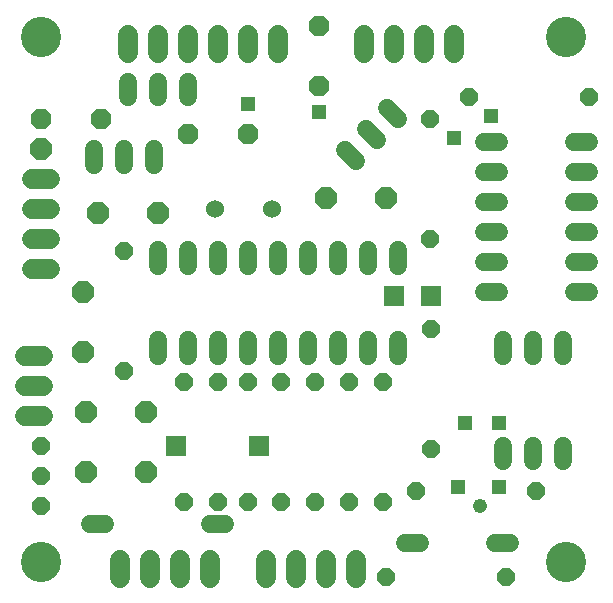
<source format=gbs>
G75*
G70*
%OFA0B0*%
%FSLAX24Y24*%
%IPPOS*%
%LPD*%
%AMOC8*
5,1,8,0,0,1.08239X$1,22.5*
%
%ADD10C,0.0600*%
%ADD11C,0.0600*%
%ADD12OC8,0.0680*%
%ADD13OC8,0.0600*%
%ADD14OC8,0.0710*%
%ADD15C,0.0680*%
%ADD16C,0.1340*%
%ADD17C,0.0476*%
%ADD18R,0.0671X0.0671*%
%ADD19R,0.0476X0.0476*%
%ADD20OC8,0.0740*%
D10*
X003470Y002954D02*
X003990Y002954D01*
X007470Y002954D02*
X007990Y002954D01*
X007730Y008569D02*
X007730Y009089D01*
X008730Y009089D02*
X008730Y008569D01*
X009730Y008569D02*
X009730Y009089D01*
X010730Y009089D02*
X010730Y008569D01*
X011730Y008569D02*
X011730Y009089D01*
X012730Y009089D02*
X012730Y008569D01*
X013730Y008569D02*
X013730Y009089D01*
X013730Y011569D02*
X013730Y012089D01*
X012730Y012089D02*
X012730Y011569D01*
X011730Y011569D02*
X011730Y012089D01*
X010730Y012089D02*
X010730Y011569D01*
X009730Y011569D02*
X009730Y012089D01*
X008730Y012089D02*
X008730Y011569D01*
X007730Y011569D02*
X007730Y012089D01*
X006730Y012089D02*
X006730Y011569D01*
X005730Y011569D02*
X005730Y012089D01*
X005605Y014944D02*
X005605Y015464D01*
X004605Y015464D02*
X004605Y014944D01*
X003605Y014944D02*
X003605Y015464D01*
X004730Y017194D02*
X004730Y017714D01*
X005730Y017714D02*
X005730Y017194D01*
X006730Y017194D02*
X006730Y017714D01*
X011964Y015430D02*
X012331Y015063D01*
X013039Y015770D02*
X012671Y016137D01*
X013378Y016844D02*
X013746Y016477D01*
X016595Y015704D02*
X017115Y015704D01*
X017115Y014704D02*
X016595Y014704D01*
X016595Y013704D02*
X017115Y013704D01*
X017115Y012704D02*
X016595Y012704D01*
X016595Y011704D02*
X017115Y011704D01*
X017115Y010704D02*
X016595Y010704D01*
X017230Y009099D02*
X017230Y008579D01*
X018230Y008579D02*
X018230Y009099D01*
X019230Y009099D02*
X019230Y008579D01*
X019595Y010704D02*
X020115Y010704D01*
X020115Y011704D02*
X019595Y011704D01*
X019595Y012704D02*
X020115Y012704D01*
X020115Y013704D02*
X019595Y013704D01*
X019595Y014704D02*
X020115Y014704D01*
X020115Y015704D02*
X019595Y015704D01*
X019230Y005579D02*
X019230Y005059D01*
X018230Y005059D02*
X018230Y005579D01*
X017230Y005579D02*
X017230Y005059D01*
X017490Y002329D02*
X016970Y002329D01*
X014490Y002329D02*
X013970Y002329D01*
X006730Y008569D02*
X006730Y009089D01*
X005730Y009089D02*
X005730Y008569D01*
D11*
X007655Y013454D03*
X009555Y013454D03*
D12*
X008730Y015954D03*
X006730Y015954D03*
X003855Y016454D03*
X001855Y016454D03*
X011105Y017579D03*
X011105Y019579D03*
D13*
X014805Y016454D03*
X016105Y017204D03*
X020105Y017204D03*
X014805Y012454D03*
X014855Y009454D03*
X013230Y007704D03*
X012105Y007704D03*
X010980Y007704D03*
X009855Y007704D03*
X008730Y007704D03*
X007730Y007704D03*
X006605Y007704D03*
X004605Y008079D03*
X001855Y005579D03*
X001855Y004579D03*
X001855Y003579D03*
X006605Y003704D03*
X007730Y003704D03*
X008730Y003704D03*
X009855Y003704D03*
X010980Y003704D03*
X012105Y003704D03*
X013230Y003704D03*
X014355Y004079D03*
X014855Y005454D03*
X018355Y004079D03*
X017355Y001204D03*
X013355Y001204D03*
X004605Y012079D03*
D14*
X003730Y013329D03*
X005730Y013329D03*
X003230Y010704D03*
X003230Y008704D03*
X003355Y006704D03*
X005355Y006704D03*
X005355Y004704D03*
X003355Y004704D03*
X011355Y013829D03*
X013355Y013829D03*
D15*
X013605Y018654D02*
X013605Y019254D01*
X014605Y019254D02*
X014605Y018654D01*
X015605Y018654D02*
X015605Y019254D01*
X012605Y019254D02*
X012605Y018654D01*
X009730Y018654D02*
X009730Y019254D01*
X008730Y019254D02*
X008730Y018654D01*
X007730Y018654D02*
X007730Y019254D01*
X006730Y019254D02*
X006730Y018654D01*
X005730Y018654D02*
X005730Y019254D01*
X004730Y019254D02*
X004730Y018654D01*
X002155Y014454D02*
X001555Y014454D01*
X001555Y013454D02*
X002155Y013454D01*
X002155Y012454D02*
X001555Y012454D01*
X001555Y011454D02*
X002155Y011454D01*
X001905Y008579D02*
X001305Y008579D01*
X001305Y007579D02*
X001905Y007579D01*
X001905Y006579D02*
X001305Y006579D01*
X004480Y001754D02*
X004480Y001154D01*
X005480Y001154D02*
X005480Y001754D01*
X006480Y001754D02*
X006480Y001154D01*
X007480Y001154D02*
X007480Y001754D01*
X009355Y001754D02*
X009355Y001154D01*
X010355Y001154D02*
X010355Y001754D01*
X011355Y001754D02*
X011355Y001154D01*
X012355Y001154D02*
X012355Y001754D01*
D16*
X001855Y001704D03*
X001855Y019204D03*
X019355Y019204D03*
X019355Y001704D03*
D17*
X016480Y003579D03*
D18*
X014855Y010579D03*
X013605Y010579D03*
X009105Y005579D03*
X006355Y005579D03*
D19*
X015730Y004204D03*
X017105Y004204D03*
X017105Y006329D03*
X015980Y006329D03*
X015605Y015829D03*
X016855Y016579D03*
X011105Y016704D03*
X008730Y016954D03*
D20*
X001855Y015454D03*
M02*

</source>
